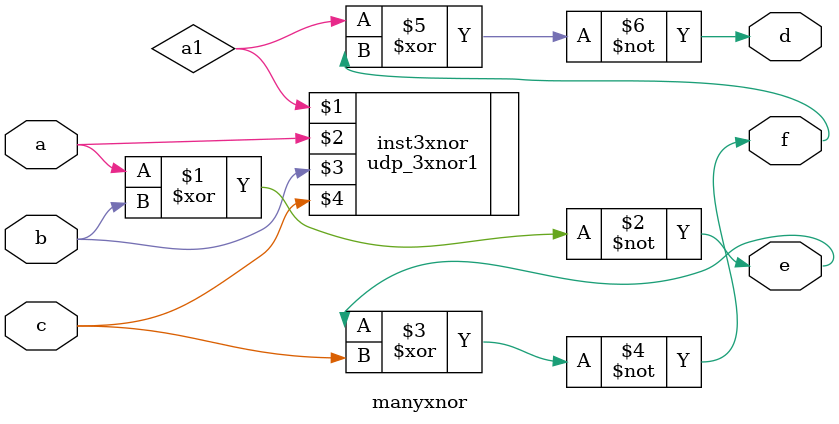
<source format=v>
module manyxnor(input a, b, c, output d , e, f);
wire a1, a2, a3 ;
udp_3xnor1 inst3xnor(a1, a, b, c) ;
xnor ins1xnor(e, a, b) ;
xnor ins2xnor(f, e, c) ;
xnor ins1xor(d, a1, f) ;
endmodule
</source>
